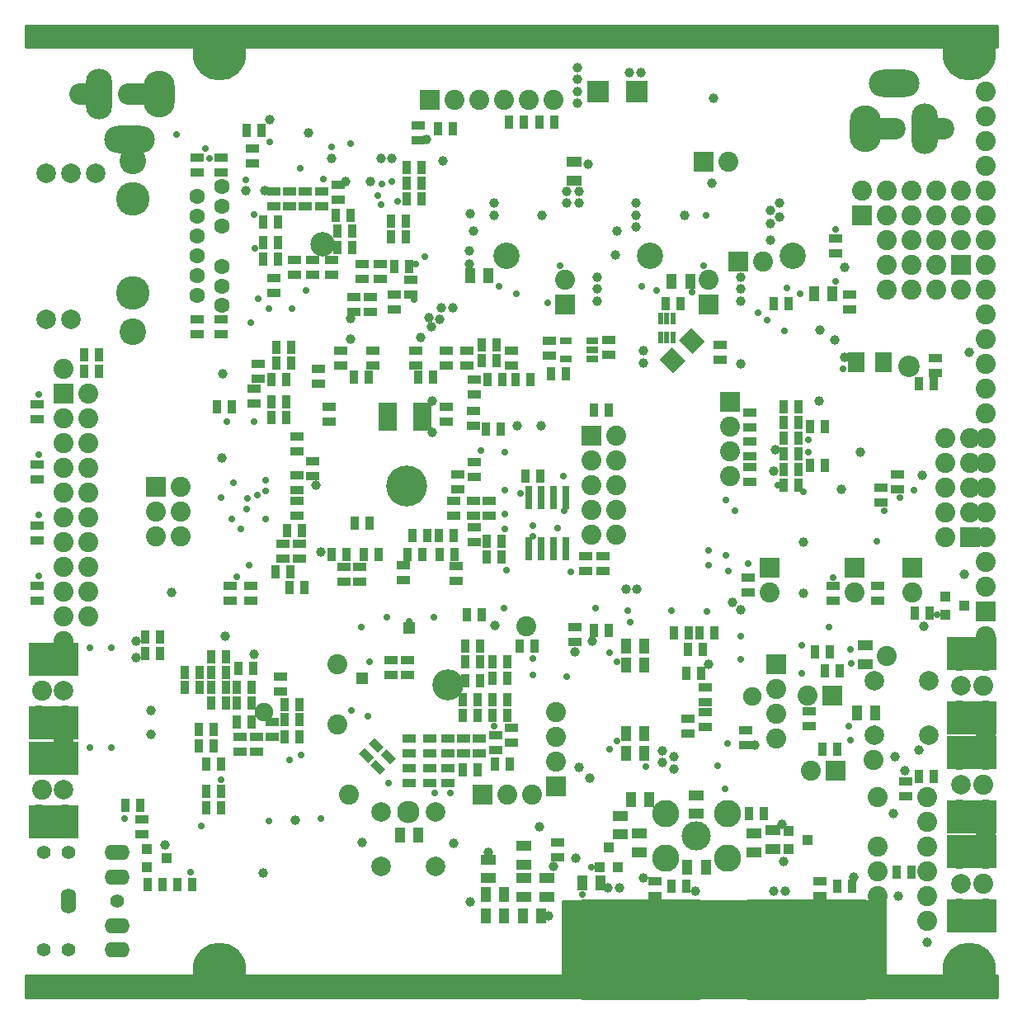
<source format=gbr>
G04 #@! TF.FileFunction,Soldermask,Bot*
%FSLAX46Y46*%
G04 Gerber Fmt 4.6, Leading zero omitted, Abs format (unit mm)*
G04 Created by KiCad (PCBNEW 4.0.6) date 11/05/17 19:46:03*
%MOMM*%
%LPD*%
G01*
G04 APERTURE LIST*
%ADD10C,0.100000*%
%ADD11R,0.835000X1.343000*%
%ADD12C,1.000000*%
%ADD13C,1.900000*%
%ADD14C,0.000000*%
%ADD15C,3.200000*%
%ADD16C,2.700000*%
%ADD17C,4.200000*%
%ADD18R,1.343000X0.835000*%
%ADD19R,2.050000X2.050000*%
%ADD20C,2.050000*%
%ADD21R,1.089000X1.597000*%
%ADD22R,1.800000X2.000000*%
%ADD23R,1.597000X1.089000*%
%ADD24R,1.200000X1.200000*%
%ADD25R,1.250000X0.800000*%
%ADD26R,1.978000X2.994000*%
%ADD27R,0.800000X2.400000*%
%ADD28C,1.600000*%
%ADD29C,2.000000*%
%ADD30C,3.450000*%
%ADD31C,2.740000*%
%ADD32C,2.200000*%
%ADD33R,1.100000X1.000000*%
%ADD34R,1.000000X1.100000*%
%ADD35C,2.500000*%
%ADD36R,2.200000X2.300000*%
%ADD37R,0.600000X1.200000*%
%ADD38C,5.500000*%
%ADD39R,12.200000X10.300000*%
%ADD40O,1.800000X2.600000*%
%ADD41C,2.300000*%
%ADD42C,2.800000*%
%ADD43C,3.000000*%
%ADD44R,5.200000X3.500000*%
%ADD45O,3.200000X4.800000*%
%ADD46O,2.700000X5.200000*%
%ADD47O,5.200000X2.800000*%
%ADD48R,2.200000X2.200000*%
%ADD49R,1.600000X2.200000*%
%ADD50C,1.400000*%
%ADD51O,2.600000X1.600000*%
%ADD52O,1.600000X2.600000*%
%ADD53C,0.000000*%
%ADD54C,0.700000*%
%ADD55C,0.000000*%
%ADD56C,0.700000*%
%ADD57C,0.254000*%
G04 APERTURE END LIST*
D10*
D11*
X79462000Y-45700000D03*
X77938000Y-45700000D03*
D12*
X20400000Y-35900000D03*
D10*
G36*
X68419238Y-31166548D02*
X69833452Y-32580762D01*
X68560660Y-33853554D01*
X67146446Y-32439340D01*
X68419238Y-31166548D01*
X68419238Y-31166548D01*
G37*
G36*
X66439340Y-33146446D02*
X67853554Y-34560660D01*
X66580762Y-35833452D01*
X65166548Y-34419238D01*
X66439340Y-33146446D01*
X66439340Y-33146446D01*
G37*
D13*
X24555000Y-70620715D03*
D14*
X26055000Y-71120715D03*
X26055000Y-69120715D03*
X26055000Y-70220715D03*
X24955000Y-69120715D03*
X24055000Y-69120715D03*
X25555000Y-69620715D03*
D15*
X43500000Y-67800000D03*
D14*
X44500000Y-72800000D03*
X44500000Y-71300000D03*
X43000000Y-72800000D03*
X43000000Y-71300000D03*
X38500000Y-72800000D03*
X40000000Y-72800000D03*
X40000000Y-66800000D03*
X38500000Y-66800000D03*
X38500000Y-68300000D03*
X40000000Y-68300000D03*
X40000000Y-71300000D03*
X38500000Y-71300000D03*
X38500000Y-69800000D03*
X40000000Y-69800000D03*
X44500000Y-69800000D03*
X43000000Y-69800000D03*
X41500000Y-66800000D03*
X41500000Y-68300000D03*
X41500000Y-72800000D03*
X41500000Y-71300000D03*
X41500000Y-69800000D03*
X71395000Y-70325000D03*
X74395000Y-70325000D03*
X71395000Y-68825000D03*
D13*
X74700000Y-68950000D03*
D14*
X72895000Y-70325000D03*
X72895000Y-68825000D03*
X52500000Y-23750000D03*
D16*
X49500000Y-23750000D03*
D14*
X51500000Y-23750000D03*
X67200000Y-23750000D03*
D16*
X64200000Y-23750000D03*
D14*
X66200000Y-23750000D03*
X81900000Y-23750000D03*
D16*
X78900000Y-23750000D03*
D14*
X80900000Y-23750000D03*
X38600000Y-43800000D03*
X37100000Y-46800000D03*
X37100000Y-45300000D03*
X35600000Y-45300000D03*
X38600000Y-45300000D03*
X35600000Y-43800000D03*
X37100000Y-43800000D03*
D17*
X39200000Y-47400000D03*
D14*
X35600000Y-46800000D03*
D18*
X74300000Y-56838000D03*
X74300000Y-58362000D03*
X83000000Y-57638000D03*
X83000000Y-59162000D03*
X87600000Y-57638000D03*
X87600000Y-59162000D03*
D19*
X76500000Y-55800000D03*
D20*
X76500000Y-58340000D03*
D19*
X85200000Y-55800000D03*
D20*
X85200000Y-58340000D03*
D19*
X91100000Y-55800000D03*
D20*
X91100000Y-58340000D03*
D11*
X77938000Y-47300000D03*
X79462000Y-47300000D03*
X77938000Y-44100000D03*
X79462000Y-44100000D03*
X77938000Y-42500000D03*
X79462000Y-42500000D03*
X80638000Y-41300000D03*
X82162000Y-41300000D03*
X77938000Y-39300000D03*
X79462000Y-39300000D03*
X79462000Y-40900000D03*
X77938000Y-40900000D03*
D18*
X74500000Y-42788000D03*
X74500000Y-44312000D03*
X74500000Y-41362000D03*
X74500000Y-39838000D03*
D19*
X72400000Y-38800000D03*
D20*
X72400000Y-41340000D03*
X72400000Y-43880000D03*
X72400000Y-46420000D03*
D18*
X87900000Y-49062000D03*
X87900000Y-47538000D03*
X89600000Y-47762000D03*
X89600000Y-46238000D03*
X74000000Y-72438000D03*
X74000000Y-73962000D03*
D21*
X63652500Y-74800000D03*
X61747500Y-74800000D03*
X63652500Y-65800000D03*
X61747500Y-65800000D03*
X63652500Y-72800000D03*
X61747500Y-72800000D03*
X63652500Y-63800000D03*
X61747500Y-63800000D03*
D11*
X68162000Y-62500000D03*
X66638000Y-62500000D03*
X70862000Y-62500000D03*
X69338000Y-62500000D03*
X69462000Y-66600000D03*
X67938000Y-66600000D03*
D22*
X85400000Y-34700000D03*
X88200000Y-34700000D03*
D19*
X86000000Y-19620000D03*
D20*
X86000000Y-17080000D03*
D19*
X73300000Y-24400000D03*
D20*
X75840000Y-24400000D03*
D21*
X81047500Y-27700000D03*
X82952500Y-27700000D03*
D19*
X55500000Y-28800000D03*
D20*
X55500000Y-26260000D03*
D19*
X70200000Y-28800000D03*
D20*
X70200000Y-26260000D03*
D21*
X87352500Y-70700000D03*
X85447500Y-70700000D03*
D19*
X83300000Y-76600000D03*
D20*
X80760000Y-76600000D03*
D19*
X82900000Y-68900000D03*
D20*
X80360000Y-68900000D03*
D23*
X86300000Y-65652500D03*
X86300000Y-63747500D03*
D18*
X54700000Y-83938000D03*
X54700000Y-85462000D03*
D19*
X47000000Y-79100000D03*
D20*
X49540000Y-79100000D03*
D23*
X53600000Y-89552500D03*
X53600000Y-87647500D03*
D21*
X47347500Y-91500000D03*
X49252500Y-91500000D03*
D23*
X51300000Y-86252500D03*
X51300000Y-84347500D03*
D21*
X51147500Y-91500000D03*
X53052500Y-91500000D03*
D23*
X47600000Y-87652500D03*
X47600000Y-85747500D03*
X51300000Y-87647500D03*
X51300000Y-89552500D03*
D21*
X49252500Y-89300000D03*
X47347500Y-89300000D03*
D19*
X54600000Y-78200000D03*
D20*
X54600000Y-75660000D03*
X54600000Y-73120000D03*
X54600000Y-70580000D03*
D11*
X75862000Y-81000000D03*
X74338000Y-81000000D03*
D23*
X63100000Y-84952500D03*
X63100000Y-83047500D03*
X74900000Y-83047500D03*
X74900000Y-84952500D03*
D21*
X59152500Y-88100000D03*
X57247500Y-88100000D03*
D23*
X76800000Y-84652500D03*
X76800000Y-82747500D03*
D18*
X64700000Y-89462000D03*
X64700000Y-87938000D03*
X81700000Y-89462000D03*
X81700000Y-87938000D03*
D19*
X77200000Y-65700000D03*
D20*
X77200000Y-68240000D03*
X77200000Y-70780000D03*
X77200000Y-73320000D03*
D18*
X68100000Y-72762000D03*
X68100000Y-71238000D03*
X69900000Y-69562000D03*
X69900000Y-68038000D03*
D11*
X68138000Y-64200000D03*
X69662000Y-64200000D03*
D18*
X69900000Y-72162000D03*
X69900000Y-70638000D03*
D11*
X45438000Y-60600000D03*
X46962000Y-60600000D03*
D24*
X34700000Y-67100000D03*
D18*
X50000000Y-73762000D03*
X50000000Y-72238000D03*
D10*
G36*
X35240790Y-75808854D02*
X34291146Y-74859210D01*
X34881580Y-74268776D01*
X35831224Y-75218420D01*
X35240790Y-75808854D01*
X35240790Y-75808854D01*
G37*
G36*
X36318420Y-74731224D02*
X35368776Y-73781580D01*
X35959210Y-73191146D01*
X36908854Y-74140790D01*
X36318420Y-74731224D01*
X36318420Y-74731224D01*
G37*
G36*
X36440790Y-77008854D02*
X35491146Y-76059210D01*
X36081580Y-75468776D01*
X37031224Y-76418420D01*
X36440790Y-77008854D01*
X36440790Y-77008854D01*
G37*
G36*
X37518420Y-75931224D02*
X36568776Y-74981580D01*
X37159210Y-74391146D01*
X38108854Y-75340790D01*
X37518420Y-75931224D01*
X37518420Y-75931224D01*
G37*
D11*
X50838000Y-63800000D03*
X52362000Y-63800000D03*
X49562000Y-70900000D03*
X48038000Y-70900000D03*
X49862000Y-75900000D03*
X48338000Y-75900000D03*
X45038000Y-76500000D03*
X46562000Y-76500000D03*
X48038000Y-65400000D03*
X49562000Y-65400000D03*
X46762000Y-63800000D03*
X45238000Y-63800000D03*
D18*
X39300000Y-65238000D03*
X39300000Y-66762000D03*
D11*
X48038000Y-69300000D03*
X49562000Y-69300000D03*
X46562000Y-70900000D03*
X45038000Y-70900000D03*
D18*
X46700000Y-74862000D03*
X46700000Y-73338000D03*
X45100000Y-74862000D03*
X45100000Y-73338000D03*
X43500000Y-76338000D03*
X43500000Y-77862000D03*
X41600000Y-76338000D03*
X41600000Y-77862000D03*
X39500000Y-76338000D03*
X39500000Y-77862000D03*
D11*
X46762000Y-65400000D03*
X45238000Y-65400000D03*
X46762000Y-67400000D03*
X45238000Y-67400000D03*
D18*
X37600000Y-65238000D03*
X37600000Y-66762000D03*
D11*
X46562000Y-69300000D03*
X45038000Y-69300000D03*
D18*
X43500000Y-74862000D03*
X43500000Y-73338000D03*
X41600000Y-74862000D03*
X41600000Y-73338000D03*
X39500000Y-74862000D03*
X39500000Y-73338000D03*
D25*
X58300000Y-32500000D03*
X58300000Y-33450000D03*
X58300000Y-34400000D03*
X55600000Y-34400000D03*
X55600000Y-32500000D03*
D18*
X60000000Y-32438000D03*
X60000000Y-33962000D03*
X53900000Y-32538000D03*
X53900000Y-34062000D03*
D11*
X55562000Y-35900000D03*
X54038000Y-35900000D03*
D18*
X38000000Y-29262000D03*
X38000000Y-27738000D03*
D11*
X21262000Y-39300000D03*
X19738000Y-39300000D03*
D21*
X47652500Y-25800000D03*
X45747500Y-25800000D03*
X66447500Y-26400000D03*
X68352500Y-26400000D03*
D23*
X56400000Y-16052500D03*
X56400000Y-14147500D03*
D18*
X23200000Y-59162000D03*
X23200000Y-57638000D03*
X21100000Y-59162000D03*
X21100000Y-57638000D03*
X23800000Y-74662000D03*
X23800000Y-73138000D03*
D11*
X20162000Y-80400000D03*
X18638000Y-80400000D03*
X20162000Y-78700000D03*
X18638000Y-78700000D03*
X20662000Y-66500000D03*
X19138000Y-66500000D03*
X20662000Y-64900000D03*
X19138000Y-64900000D03*
X20662000Y-68100000D03*
X19138000Y-68100000D03*
D18*
X22100000Y-73138000D03*
X22100000Y-74662000D03*
D11*
X28262000Y-73100000D03*
X26738000Y-73100000D03*
X19462000Y-72400000D03*
X17938000Y-72400000D03*
X19462000Y-74100000D03*
X17938000Y-74100000D03*
X21838000Y-68100000D03*
X23362000Y-68100000D03*
D18*
X25400000Y-73162000D03*
X25400000Y-71638000D03*
D11*
X21838000Y-69700000D03*
X23362000Y-69700000D03*
D18*
X26300000Y-66938000D03*
X26300000Y-68462000D03*
D11*
X20162000Y-75900000D03*
X18638000Y-75900000D03*
X17962000Y-66500000D03*
X16438000Y-66500000D03*
X28262000Y-71400000D03*
X26738000Y-71400000D03*
X17962000Y-68100000D03*
X16438000Y-68100000D03*
X28262000Y-69800000D03*
X26738000Y-69800000D03*
X21838000Y-71600000D03*
X23362000Y-71600000D03*
X20662000Y-69700000D03*
X19138000Y-69700000D03*
X23462000Y-66100000D03*
X21938000Y-66100000D03*
X14162000Y-88300000D03*
X12638000Y-88300000D03*
D18*
X12100000Y-81638000D03*
X12100000Y-83162000D03*
D11*
X12438000Y-64600000D03*
X13962000Y-64600000D03*
X12438000Y-62900000D03*
X13962000Y-62900000D03*
X15738000Y-88300000D03*
X17262000Y-88300000D03*
X11862000Y-80200000D03*
X10338000Y-80200000D03*
D18*
X1300000Y-57638000D03*
X1300000Y-59162000D03*
X1300000Y-51438000D03*
X1300000Y-52962000D03*
X1300000Y-45238000D03*
X1300000Y-46762000D03*
X1300000Y-39038000D03*
X1300000Y-40562000D03*
D11*
X51962000Y-36500000D03*
X50438000Y-36500000D03*
X26938000Y-52000000D03*
X28462000Y-52000000D03*
D18*
X47700000Y-48938000D03*
X47700000Y-50462000D03*
X23600000Y-38962000D03*
X23600000Y-37438000D03*
D11*
X48462000Y-32900000D03*
X46938000Y-32900000D03*
X28762000Y-57800000D03*
X27238000Y-57800000D03*
X42538000Y-52500000D03*
X44062000Y-52500000D03*
X27362000Y-33200000D03*
X25838000Y-33200000D03*
X35462000Y-51200000D03*
X33938000Y-51200000D03*
D18*
X31300000Y-40762000D03*
X31300000Y-39238000D03*
X43300000Y-40762000D03*
X43300000Y-39238000D03*
D11*
X39838000Y-52500000D03*
X41362000Y-52500000D03*
D26*
X40878000Y-40300000D03*
X37322000Y-40300000D03*
D18*
X50000000Y-35062000D03*
X50000000Y-33538000D03*
X26500000Y-53338000D03*
X26500000Y-54862000D03*
X46100000Y-50462000D03*
X46100000Y-48938000D03*
X24000000Y-36362000D03*
X24000000Y-34838000D03*
D27*
X51795000Y-53800000D03*
X51795000Y-48600000D03*
X53065000Y-53800000D03*
X53065000Y-48600000D03*
X54335000Y-53800000D03*
X54335000Y-48600000D03*
X55605000Y-53800000D03*
X55605000Y-48600000D03*
D18*
X44100000Y-50462000D03*
X44100000Y-48938000D03*
X44500000Y-47762000D03*
X44500000Y-46238000D03*
X29600000Y-44838000D03*
X29600000Y-46362000D03*
D11*
X58438000Y-39600000D03*
X59962000Y-39600000D03*
D18*
X59400000Y-54638000D03*
X59400000Y-56162000D03*
X57600000Y-54638000D03*
X57600000Y-56162000D03*
D11*
X52962000Y-46400000D03*
X51438000Y-46400000D03*
D19*
X58230000Y-42220000D03*
D20*
X60770000Y-42220000D03*
X58230000Y-44760000D03*
X60770000Y-44760000D03*
X58230000Y-47300000D03*
X60770000Y-47300000D03*
X58230000Y-49840000D03*
X60770000Y-49840000D03*
X58230000Y-52380000D03*
X60770000Y-52380000D03*
D18*
X46200000Y-46462000D03*
X46200000Y-44938000D03*
D11*
X48862000Y-41600000D03*
X47338000Y-41600000D03*
D18*
X40200000Y-33538000D03*
X40200000Y-35062000D03*
X43300000Y-33538000D03*
X43300000Y-35062000D03*
X32500000Y-33538000D03*
X32500000Y-35062000D03*
X35800000Y-33538000D03*
X35800000Y-35062000D03*
D11*
X25338000Y-40400000D03*
X26862000Y-40400000D03*
D18*
X28000000Y-46338000D03*
X28000000Y-47862000D03*
X34400000Y-57262000D03*
X34400000Y-55738000D03*
X32800000Y-57262000D03*
X32800000Y-55738000D03*
D11*
X49062000Y-36500000D03*
X47538000Y-36500000D03*
D18*
X28200000Y-53338000D03*
X28200000Y-54862000D03*
D11*
X48962000Y-53100000D03*
X47438000Y-53100000D03*
X25338000Y-36500000D03*
X26862000Y-36500000D03*
D18*
X44300000Y-57162000D03*
X44300000Y-55638000D03*
X38900000Y-57062000D03*
X38900000Y-55538000D03*
D11*
X46938000Y-34500000D03*
X48462000Y-34500000D03*
X27262000Y-56200000D03*
X25738000Y-56200000D03*
X48962000Y-54700000D03*
X47438000Y-54700000D03*
X25838000Y-34800000D03*
X27362000Y-34800000D03*
X42638000Y-54400000D03*
X44162000Y-54400000D03*
X40862000Y-54400000D03*
X39338000Y-54400000D03*
X36362000Y-54400000D03*
X34838000Y-54400000D03*
X31538000Y-54400000D03*
X33062000Y-54400000D03*
D18*
X28000000Y-50462000D03*
X28000000Y-48938000D03*
D11*
X25338000Y-38800000D03*
X26862000Y-38800000D03*
D18*
X28000000Y-42338000D03*
X28000000Y-43862000D03*
X30200000Y-35338000D03*
X30200000Y-36862000D03*
D11*
X41962000Y-36200000D03*
X40438000Y-36200000D03*
X33838000Y-36200000D03*
X35362000Y-36200000D03*
D18*
X45400000Y-35062000D03*
X45400000Y-33538000D03*
X46200000Y-37962000D03*
X46200000Y-36438000D03*
X46100000Y-39738000D03*
X46100000Y-41262000D03*
X46200000Y-51638000D03*
X46200000Y-53162000D03*
D11*
X39462000Y-24900000D03*
X37938000Y-24900000D03*
X37638000Y-20200000D03*
X39162000Y-20200000D03*
X39238000Y-16300000D03*
X40762000Y-16300000D03*
X40762000Y-17900000D03*
X39238000Y-17900000D03*
X39162000Y-21800000D03*
X37638000Y-21800000D03*
D18*
X36500000Y-24638000D03*
X36500000Y-26162000D03*
X35500000Y-29562000D03*
X35500000Y-28038000D03*
X34700000Y-24638000D03*
X34700000Y-26162000D03*
X33800000Y-29562000D03*
X33800000Y-28038000D03*
D11*
X40762000Y-14700000D03*
X39238000Y-14700000D03*
D18*
X39700000Y-26238000D03*
X39700000Y-27762000D03*
X23400000Y-14262000D03*
X23400000Y-12738000D03*
X20200000Y-30338000D03*
X20200000Y-31862000D03*
X17700000Y-30338000D03*
X17700000Y-31862000D03*
X17700000Y-15262000D03*
X17700000Y-13738000D03*
X20200000Y-15262000D03*
X20200000Y-13738000D03*
D11*
X42438000Y-10700000D03*
X43962000Y-10700000D03*
D18*
X40400000Y-10388000D03*
X40400000Y-11912000D03*
D11*
X24538000Y-22400000D03*
X26062000Y-22400000D03*
X24538000Y-20300000D03*
X26062000Y-20300000D03*
D18*
X28800000Y-17138000D03*
X28800000Y-18662000D03*
X30500000Y-17138000D03*
X30500000Y-18662000D03*
D11*
X33462000Y-19600000D03*
X31938000Y-19600000D03*
D18*
X25600000Y-27562000D03*
X25600000Y-26038000D03*
X32200000Y-16538000D03*
X32200000Y-18062000D03*
D11*
X33662000Y-21200000D03*
X32138000Y-21200000D03*
X33662000Y-22900000D03*
X32138000Y-22900000D03*
D18*
X31500000Y-25762000D03*
X31500000Y-24238000D03*
X29600000Y-25762000D03*
X29600000Y-24238000D03*
X27700000Y-25762000D03*
X27700000Y-24238000D03*
X27200000Y-17138000D03*
X27200000Y-18662000D03*
D11*
X24538000Y-24100000D03*
X26062000Y-24100000D03*
D18*
X25600000Y-17138000D03*
X25600000Y-18662000D03*
D28*
X17700000Y-27880000D03*
X17700000Y-25850000D03*
X17700000Y-23820000D03*
X17700000Y-21780000D03*
X17700000Y-19750000D03*
X17700000Y-17720000D03*
X20240000Y-28900000D03*
X20240000Y-26870000D03*
X20240000Y-24840000D03*
X20240000Y-20760000D03*
X20240000Y-18730000D03*
X20240000Y-16700000D03*
D29*
X4750000Y-30320000D03*
X2210000Y-30320000D03*
X7290000Y-15280000D03*
X4750000Y-15280000D03*
X2210000Y-15280000D03*
D30*
X11100000Y-27625000D03*
X11100000Y-17975000D03*
D31*
X11100000Y-31590000D03*
X11100000Y-14010000D03*
D11*
X48038000Y-67100000D03*
X49562000Y-67100000D03*
D21*
X69952500Y-86500000D03*
X68047500Y-86500000D03*
D23*
X61200000Y-81247500D03*
X61200000Y-83152500D03*
D21*
X64152500Y-79600000D03*
X62247500Y-79600000D03*
D12*
X24500000Y-87100000D03*
X15100000Y-58300000D03*
X85800000Y-43900000D03*
D14*
X90200000Y-32900000D03*
X91400000Y-32900000D03*
D32*
X90800000Y-35100000D03*
D33*
X94500000Y-60650000D03*
X96500000Y-59700000D03*
X94500000Y-58750000D03*
D34*
X60950000Y-86500000D03*
X60000000Y-84500000D03*
X59050000Y-86500000D03*
D33*
X78400000Y-84650000D03*
X80400000Y-83700000D03*
X78400000Y-82750000D03*
D20*
X88500000Y-64800000D03*
X87200000Y-75500000D03*
D11*
X82138000Y-66400000D03*
X83662000Y-66400000D03*
X81938000Y-74400000D03*
X83462000Y-74400000D03*
D14*
X27216525Y-22015000D03*
X28616525Y-20615000D03*
X27216525Y-19215000D03*
X31416525Y-19215000D03*
X28616525Y-23415000D03*
X28616525Y-22015000D03*
X30016525Y-19215000D03*
X28616525Y-19215000D03*
X31416525Y-20615000D03*
X30016525Y-20615000D03*
D35*
X30616525Y-22615000D03*
D14*
X27216525Y-23415000D03*
X27216525Y-20615000D03*
D11*
X67362000Y-28700000D03*
X65838000Y-28700000D03*
D21*
X40452500Y-83200000D03*
X38547500Y-83200000D03*
D33*
X12600000Y-86550000D03*
X14600000Y-85600000D03*
X12600000Y-84650000D03*
D36*
X58920000Y-6900000D03*
X62880000Y-6900000D03*
D11*
X76938000Y-28700000D03*
X78462000Y-28700000D03*
X91438000Y-60400000D03*
X92962000Y-60400000D03*
D24*
X39500000Y-62000000D03*
D37*
X65300000Y-30200000D03*
X65950000Y-30200000D03*
X66600000Y-30200000D03*
X66600000Y-32150000D03*
X65950000Y-32150000D03*
X65300000Y-32150000D03*
D20*
X92640000Y-79320000D03*
X92640000Y-84400000D03*
X92640000Y-86940000D03*
X92640000Y-89480000D03*
X87560000Y-89480000D03*
X87560000Y-86940000D03*
X87560000Y-84400000D03*
X87560000Y-79320000D03*
X92640000Y-81860000D03*
X92640000Y-92020000D03*
D18*
X93500000Y-34238000D03*
X93500000Y-35762000D03*
D19*
X69700000Y-14100000D03*
D20*
X72240000Y-14100000D03*
D11*
X91838000Y-36900000D03*
X93362000Y-36900000D03*
X6138000Y-35600000D03*
X7662000Y-35600000D03*
X24362000Y-10900000D03*
X22838000Y-10900000D03*
X7662000Y-33900000D03*
X6138000Y-33900000D03*
D18*
X48400000Y-72938000D03*
X48400000Y-74462000D03*
D38*
X20000000Y-3000000D03*
X20000000Y-97000000D03*
X97000000Y-97000000D03*
X97000000Y-3000000D03*
X71800000Y-93300000D03*
D20*
X4040000Y-35420000D03*
D18*
X71400000Y-32938000D03*
X71400000Y-34462000D03*
X56500000Y-63362000D03*
X56500000Y-61838000D03*
D11*
X58438000Y-62200000D03*
X59962000Y-62200000D03*
X67962000Y-88500000D03*
X66438000Y-88500000D03*
X84962000Y-88500000D03*
X83438000Y-88500000D03*
D14*
X62600000Y-98000000D03*
X61600000Y-98000000D03*
X60600000Y-98000000D03*
X59600000Y-98000000D03*
X58600000Y-98000000D03*
X58600000Y-99000000D03*
X59600000Y-99000000D03*
X60600000Y-99000000D03*
X61600000Y-99000000D03*
X62600000Y-99000000D03*
X68000000Y-99000000D03*
X67000000Y-99000000D03*
X66000000Y-99000000D03*
X65000000Y-99000000D03*
X64000000Y-99000000D03*
X64000000Y-98000000D03*
X65000000Y-98000000D03*
X66000000Y-98000000D03*
X67000000Y-98000000D03*
D39*
X63300000Y-94950000D03*
D14*
X63300000Y-98500000D03*
X64000000Y-97000000D03*
X62600000Y-97000000D03*
X63300000Y-97500000D03*
X64000000Y-96000000D03*
X62600000Y-96000000D03*
X63300000Y-96500000D03*
X63300000Y-95500000D03*
X62600000Y-95000000D03*
X64000000Y-95000000D03*
X63300000Y-94500000D03*
X68000000Y-98000000D03*
D40*
X63300000Y-92600000D03*
D14*
X79600000Y-98000000D03*
X78600000Y-98000000D03*
X77600000Y-98000000D03*
X76600000Y-98000000D03*
X75600000Y-98000000D03*
X75600000Y-99000000D03*
X76600000Y-99000000D03*
X77600000Y-99000000D03*
X78600000Y-99000000D03*
X79600000Y-99000000D03*
X85000000Y-99000000D03*
X84000000Y-99000000D03*
X83000000Y-99000000D03*
X82000000Y-99000000D03*
X81000000Y-99000000D03*
X81000000Y-98000000D03*
X82000000Y-98000000D03*
X83000000Y-98000000D03*
X84000000Y-98000000D03*
D39*
X80300000Y-94950000D03*
D14*
X80300000Y-98500000D03*
X81000000Y-97000000D03*
X79600000Y-97000000D03*
X80300000Y-97500000D03*
X81000000Y-96000000D03*
X79600000Y-96000000D03*
X80300000Y-96500000D03*
X80300000Y-95500000D03*
X79600000Y-95000000D03*
X81000000Y-95000000D03*
X80300000Y-94500000D03*
X85000000Y-98000000D03*
D40*
X80300000Y-92600000D03*
D29*
X42194000Y-80806000D03*
D41*
X39400000Y-80806000D03*
D29*
X36606000Y-80806000D03*
X36606000Y-86394000D03*
X42194000Y-86394000D03*
D42*
X72200000Y-81000000D03*
X65800000Y-81000000D03*
X65800000Y-85600000D03*
X72200000Y-85600000D03*
D43*
X69000000Y-83300000D03*
D29*
X87206000Y-67406000D03*
X87206000Y-72994000D03*
X92794000Y-72994000D03*
X92794000Y-67406000D03*
D18*
X74500000Y-45438000D03*
X74500000Y-46962000D03*
D11*
X81138000Y-64400000D03*
X82662000Y-64400000D03*
D18*
X80600000Y-70538000D03*
X80600000Y-72062000D03*
D23*
X69000000Y-81052500D03*
X69000000Y-79147500D03*
D44*
X97200000Y-84900000D03*
X97200000Y-91500000D03*
D20*
X98415000Y-88200000D03*
X98700000Y-85660000D03*
X98700000Y-90740000D03*
X96005000Y-90740000D03*
X96005000Y-85660000D03*
D29*
X96160000Y-88200000D03*
D20*
X98700000Y-83120000D03*
D44*
X97200000Y-74740000D03*
X97200000Y-81340000D03*
D20*
X98415000Y-78040000D03*
X98700000Y-75500000D03*
X98700000Y-80580000D03*
X96005000Y-80580000D03*
X96005000Y-75500000D03*
D29*
X96160000Y-78040000D03*
D20*
X98700000Y-72960000D03*
D44*
X97200000Y-64580000D03*
X97200000Y-71180000D03*
D20*
X98415000Y-67880000D03*
X98700000Y-65340000D03*
X98700000Y-70420000D03*
X96005000Y-70420000D03*
X96005000Y-65340000D03*
D29*
X96160000Y-67880000D03*
D20*
X98700000Y-62800000D03*
D45*
X13800000Y-7200000D03*
D46*
X7650000Y-7200000D03*
D47*
X10800000Y-11850000D03*
D32*
X10700000Y-7200000D03*
X5700000Y-7200000D03*
D48*
X11800000Y-7200000D03*
D49*
X6300000Y-7200000D03*
D45*
X86300000Y-10700000D03*
D46*
X92450000Y-10700000D03*
D47*
X89300000Y-6050000D03*
D32*
X89400000Y-10700000D03*
X94400000Y-10700000D03*
D48*
X88300000Y-10700000D03*
D49*
X93800000Y-10700000D03*
D19*
X41600000Y-7800000D03*
D20*
X44140000Y-7800000D03*
X46680000Y-7800000D03*
X49220000Y-7800000D03*
X51760000Y-7800000D03*
X54300000Y-7800000D03*
D11*
X54362000Y-10100000D03*
X52838000Y-10100000D03*
D19*
X13500000Y-47460000D03*
D20*
X16040000Y-47460000D03*
X13500000Y-50000000D03*
X16040000Y-50000000D03*
X13500000Y-52540000D03*
X16040000Y-52540000D03*
D50*
X2000000Y-85000000D03*
X2000000Y-95000000D03*
X4500000Y-85000000D03*
X4500000Y-95000000D03*
X9500000Y-90000000D03*
D51*
X9500000Y-87500000D03*
X9500000Y-85000000D03*
X9500000Y-92500000D03*
X9500000Y-95000000D03*
D52*
X4500000Y-90000000D03*
D20*
X4040000Y-63360000D03*
D44*
X3000000Y-71740000D03*
X3000000Y-65140000D03*
D20*
X1785000Y-68440000D03*
X1500000Y-70980000D03*
X1500000Y-65900000D03*
X4195000Y-65900000D03*
X4195000Y-70980000D03*
D29*
X4040000Y-68440000D03*
D20*
X4040000Y-73520000D03*
D44*
X3000000Y-81900000D03*
X3000000Y-75300000D03*
D20*
X1785000Y-78600000D03*
X1500000Y-81140000D03*
X1500000Y-76060000D03*
X4195000Y-76060000D03*
X4195000Y-81140000D03*
D29*
X4040000Y-78600000D03*
D19*
X4040000Y-37960000D03*
D20*
X6580000Y-37960000D03*
X4040000Y-40500000D03*
X6580000Y-40500000D03*
X4040000Y-43040000D03*
X6580000Y-43040000D03*
X4040000Y-45580000D03*
X6580000Y-45580000D03*
X4040000Y-48120000D03*
X6580000Y-48120000D03*
X4040000Y-50660000D03*
X6580000Y-50660000D03*
X4040000Y-53200000D03*
X6580000Y-53200000D03*
X4040000Y-55740000D03*
X6580000Y-55740000D03*
X4040000Y-58280000D03*
X6580000Y-58280000D03*
X4040000Y-60820000D03*
X6580000Y-60820000D03*
D19*
X98700000Y-60260000D03*
D20*
X98700000Y-57720000D03*
X98700000Y-55180000D03*
X98700000Y-52640000D03*
X98700000Y-50100000D03*
X98700000Y-47560000D03*
X98700000Y-45020000D03*
X98700000Y-42480000D03*
X98700000Y-39940000D03*
X98700000Y-37400000D03*
X98700000Y-34860000D03*
X98700000Y-32320000D03*
X98700000Y-29780000D03*
X98700000Y-27240000D03*
X98700000Y-24700000D03*
X98700000Y-22160000D03*
X98700000Y-19620000D03*
X98700000Y-17080000D03*
X98700000Y-14540000D03*
X98700000Y-12000000D03*
X98700000Y-9460000D03*
X98700000Y-6920000D03*
D19*
X97100000Y-52640000D03*
D20*
X94560000Y-52640000D03*
X97100000Y-50100000D03*
X94560000Y-50100000D03*
X97100000Y-47560000D03*
X94560000Y-47560000D03*
X97100000Y-45020000D03*
X94560000Y-45020000D03*
X97100000Y-42480000D03*
X94560000Y-42480000D03*
X88540000Y-27240000D03*
X91080000Y-27240000D03*
X93620000Y-27240000D03*
X88540000Y-24700000D03*
X91080000Y-24700000D03*
X93620000Y-24700000D03*
X88540000Y-22160000D03*
X91080000Y-22160000D03*
X93620000Y-22160000D03*
X88540000Y-19620000D03*
X91080000Y-19620000D03*
X93620000Y-19620000D03*
X96160000Y-27240000D03*
X88540000Y-17080000D03*
X91080000Y-17080000D03*
X93620000Y-17080000D03*
D19*
X96160000Y-24700000D03*
D20*
X96160000Y-22160000D03*
X96160000Y-19620000D03*
X96160000Y-17080000D03*
D11*
X51262000Y-10100000D03*
X49738000Y-10100000D03*
D18*
X84700000Y-29262000D03*
X84700000Y-27738000D03*
D20*
X51500000Y-61800000D03*
X52080000Y-79100000D03*
X32100000Y-71900000D03*
X32100000Y-65700000D03*
X33300000Y-79100000D03*
D18*
X90500000Y-77738000D03*
X90500000Y-79262000D03*
D11*
X91062000Y-87000000D03*
X89538000Y-87000000D03*
D18*
X83300000Y-23562000D03*
X83300000Y-22038000D03*
D11*
X91838000Y-77200000D03*
X93362000Y-77200000D03*
X80638000Y-45300000D03*
X82162000Y-45300000D03*
D12*
X20300000Y-44500000D03*
X83900000Y-47700000D03*
X89200000Y-81000000D03*
X20600000Y-62800000D03*
X96500000Y-56500000D03*
D53*
X31700000Y-16000000D03*
D12*
X35500000Y-16200000D03*
X33000000Y-16200000D03*
D53*
X34200000Y-21800000D03*
X33800000Y-23800000D03*
X31800000Y-26300000D03*
D54*
X28900000Y-27300000D03*
D53*
X26800000Y-26000000D03*
D12*
X41800000Y-31100000D03*
X42600000Y-30300000D03*
X41500000Y-30100000D03*
X44000000Y-29100000D03*
X42800000Y-29100000D03*
X37700000Y-13800000D03*
X36600000Y-13800000D03*
D53*
X45600000Y-35500000D03*
X27300000Y-50800000D03*
X24900000Y-39300000D03*
X46900000Y-51800000D03*
X42600000Y-55100000D03*
X41100000Y-55100000D03*
X46900000Y-39800000D03*
X46900000Y-37700000D03*
X27300000Y-42300000D03*
X42100000Y-35500000D03*
X33700000Y-35500000D03*
X29500000Y-35500000D03*
X31600000Y-55100000D03*
X36100000Y-55100000D03*
D54*
X23200000Y-30600000D03*
X15600000Y-11300000D03*
X24000000Y-28200000D03*
X24800000Y-47900000D03*
D12*
X25200000Y-9800000D03*
X92200000Y-46300000D03*
X89700000Y-89500000D03*
X92700000Y-94200000D03*
X62900000Y-58000000D03*
X61800000Y-58000000D03*
X72700000Y-59300000D03*
X73500000Y-60100000D03*
D55*
X81600000Y-66600000D03*
X81400000Y-74600000D03*
D12*
X63500000Y-34800000D03*
X58800000Y-26000000D03*
X58800000Y-27200000D03*
X58800000Y-28400000D03*
X56900000Y-18400000D03*
X56900000Y-17200000D03*
X55700000Y-17200000D03*
X55700000Y-18400000D03*
X30400000Y-54200000D03*
X29900000Y-47300000D03*
X50600000Y-41200000D03*
X53000000Y-41200000D03*
D56*
X52200000Y-51500000D03*
X52200000Y-52600000D03*
D53*
X46900000Y-46300000D03*
X49300000Y-41300000D03*
X27300000Y-46700000D03*
X32100000Y-57500000D03*
X35100000Y-57500000D03*
X39100000Y-57500000D03*
X43600000Y-57500000D03*
D12*
X63500000Y-33500000D03*
X89400000Y-75200000D03*
X57900000Y-14400000D03*
X44100000Y-84100000D03*
X34700000Y-84000000D03*
X77800000Y-82100000D03*
X92300000Y-61800000D03*
X56600000Y-85600000D03*
X52900000Y-82400000D03*
D54*
X49200000Y-59900000D03*
D12*
X80000000Y-58400000D03*
X80000000Y-53200000D03*
X2500000Y-1000000D03*
X5000000Y-1000000D03*
X7500000Y-1000000D03*
X10000000Y-1000000D03*
X12500000Y-1000000D03*
X15000000Y-1000000D03*
X17500000Y-1000000D03*
X37500000Y-1000000D03*
X40000000Y-1000000D03*
X42500000Y-1000000D03*
X45000000Y-1000000D03*
X47500000Y-1000000D03*
X50000000Y-1000000D03*
X52500000Y-1000000D03*
X55000000Y-1000000D03*
X57500000Y-1000000D03*
X60000000Y-1000000D03*
X62500000Y-1000000D03*
X65000000Y-1000000D03*
X67500000Y-1000000D03*
X70000000Y-1000000D03*
X72500000Y-1000000D03*
X75000000Y-1000000D03*
X77500000Y-1000000D03*
X80000000Y-1000000D03*
X22500000Y-1000000D03*
X25000000Y-1000000D03*
X27500000Y-1000000D03*
X30000000Y-1000000D03*
X32500000Y-1000000D03*
X35000000Y-1000000D03*
X92500000Y-1000000D03*
X90000000Y-1000000D03*
X87500000Y-1000000D03*
X85000000Y-1000000D03*
X82500000Y-1000000D03*
X13000000Y-72900000D03*
X13000000Y-70400000D03*
D54*
X30400000Y-81500000D03*
D12*
X27800000Y-81700000D03*
D54*
X17100000Y-87000000D03*
X10300000Y-81500000D03*
X8900000Y-64000000D03*
X6700000Y-64000000D03*
X8900000Y-74200000D03*
X6700000Y-74200000D03*
X25100000Y-29200000D03*
X27500000Y-29200000D03*
D12*
X14400000Y-84200000D03*
X5000000Y-99000000D03*
X17500000Y-99000000D03*
X15000000Y-99000000D03*
X12500000Y-99000000D03*
X10000000Y-99000000D03*
X7500000Y-99000000D03*
X2500000Y-99000000D03*
X56800000Y-94200000D03*
X63300000Y-5000000D03*
X62100000Y-5000000D03*
X70700000Y-7600000D03*
X45700000Y-24600000D03*
X45700000Y-23300000D03*
X60700000Y-23700000D03*
X97000000Y-33700000D03*
D54*
X87500000Y-53100000D03*
D12*
X76950000Y-45850000D03*
X77050000Y-43650000D03*
D53*
X83300000Y-63800000D03*
D56*
X82600000Y-61900000D03*
D12*
X81700000Y-31400000D03*
D54*
X19000000Y-13800000D03*
X18600000Y-12800000D03*
X58200000Y-86500000D03*
X57300000Y-89300000D03*
X35250000Y-71050000D03*
D12*
X73500000Y-34900000D03*
D56*
X78000000Y-31500000D03*
D53*
X65200000Y-28800000D03*
X61100000Y-63900000D03*
D56*
X61900000Y-60200000D03*
D54*
X58600000Y-59900000D03*
X83300000Y-26400000D03*
D56*
X25100000Y-81800000D03*
D12*
X32500000Y-99000000D03*
X35000000Y-99000000D03*
X37500000Y-99000000D03*
X40000000Y-99000000D03*
X42500000Y-99000000D03*
X45000000Y-99000000D03*
X47500000Y-99000000D03*
X50000000Y-99000000D03*
X52500000Y-99000000D03*
D56*
X69700000Y-24800000D03*
X33500000Y-12300000D03*
X31500000Y-12600000D03*
D53*
X25700000Y-25500000D03*
D12*
X85600000Y-93200000D03*
X58000000Y-93200000D03*
X86800000Y-94200000D03*
X87500000Y-99000000D03*
X90000000Y-99000000D03*
X92500000Y-99000000D03*
X74300000Y-99000000D03*
X71800000Y-99000000D03*
X69300000Y-99000000D03*
X22500000Y-99000000D03*
X25000000Y-99000000D03*
X27500000Y-99000000D03*
X30000000Y-99000000D03*
X57300000Y-99000000D03*
D56*
X28300000Y-14800000D03*
D53*
X23800000Y-12200000D03*
D56*
X25200000Y-12100000D03*
D53*
X22700000Y-12300000D03*
D12*
X41300000Y-11800000D03*
D53*
X61800000Y-75800000D03*
D54*
X60800000Y-73600000D03*
D53*
X71600000Y-62500000D03*
D54*
X60800000Y-65400000D03*
D56*
X77300000Y-47300000D03*
D53*
X77300000Y-42500000D03*
X77300000Y-40900000D03*
D55*
X77300000Y-39300000D03*
D54*
X84000000Y-35400000D03*
D12*
X70200000Y-65700000D03*
D53*
X70100000Y-66900000D03*
D56*
X70000000Y-19600000D03*
D12*
X70600000Y-16300000D03*
D55*
X83000000Y-28600000D03*
D12*
X76600000Y-19100000D03*
X77500000Y-19800000D03*
X77500000Y-18400000D03*
X76600000Y-22200000D03*
X76600000Y-20500000D03*
X43000000Y-14000000D03*
X74800000Y-93400000D03*
X68800000Y-93400000D03*
X53800000Y-91500000D03*
X47600000Y-85000000D03*
D56*
X60100000Y-64500000D03*
X60100000Y-74400000D03*
X63800000Y-76200000D03*
X71900000Y-78500000D03*
X71200000Y-76100000D03*
D54*
X84900000Y-65600000D03*
X84800000Y-73500000D03*
D53*
X49900000Y-74300000D03*
D54*
X55700000Y-67000000D03*
D56*
X52200000Y-65100000D03*
D54*
X49300000Y-43900000D03*
D56*
X68500000Y-27500000D03*
D12*
X62800000Y-18400000D03*
X45800000Y-19500000D03*
X46100000Y-21200000D03*
X48200000Y-19600000D03*
X48200000Y-18400000D03*
D54*
X55000000Y-24800000D03*
X53700000Y-28600000D03*
D56*
X42100000Y-78900000D03*
X43700000Y-78900000D03*
D55*
X44400000Y-78200000D03*
X42800000Y-78300000D03*
D53*
X24000000Y-34300000D03*
X21000000Y-31900000D03*
X18500000Y-31900000D03*
X43300000Y-41300000D03*
D12*
X41900000Y-41900000D03*
X41900000Y-38700000D03*
D53*
X31300000Y-41300000D03*
X39300000Y-52500000D03*
X36100000Y-51200000D03*
X53300000Y-34600000D03*
X54200000Y-35000000D03*
X60800000Y-34000000D03*
X57600000Y-33400000D03*
X59400000Y-33700000D03*
X50800000Y-33500000D03*
X16400000Y-68900000D03*
X16400000Y-65700000D03*
X17800000Y-74900000D03*
X18600000Y-76700000D03*
X18600000Y-77900000D03*
D56*
X18200000Y-82300000D03*
X28400000Y-75000000D03*
D53*
X49700000Y-64700000D03*
X49700000Y-66200000D03*
D55*
X50100000Y-69000000D03*
D56*
X52200000Y-66800000D03*
D53*
X27400000Y-54700000D03*
X45300000Y-49000000D03*
X27300000Y-40800000D03*
X28800000Y-43700000D03*
X27300000Y-35600000D03*
D54*
X23900000Y-48300000D03*
X24800000Y-46800000D03*
X40000000Y-28300000D03*
D53*
X35700000Y-73300000D03*
X38100000Y-75600000D03*
X45900000Y-62800000D03*
D56*
X27200000Y-75500000D03*
D53*
X18700000Y-70100000D03*
X22000000Y-65400000D03*
X45800000Y-33100000D03*
X47200000Y-55400000D03*
D54*
X55400000Y-49900000D03*
D56*
X54700000Y-51700000D03*
D53*
X27300000Y-48800000D03*
X27300000Y-47800000D03*
D54*
X46900000Y-43800000D03*
D53*
X25300000Y-56800000D03*
X33400000Y-53900000D03*
X34500000Y-53900000D03*
X46900000Y-53000000D03*
X45500000Y-53100000D03*
X46900000Y-53800000D03*
X44100000Y-53700000D03*
X38900000Y-54000000D03*
X44100000Y-55100000D03*
X39100000Y-55100000D03*
X46900000Y-44900000D03*
X46200000Y-41700000D03*
X46900000Y-41300000D03*
X45400000Y-36400000D03*
X48200000Y-35200000D03*
X46900000Y-36400000D03*
X27300000Y-39300000D03*
X39900000Y-36600000D03*
X40100000Y-35500000D03*
X35900000Y-36600000D03*
X35600000Y-35500000D03*
X32600000Y-35500000D03*
X29400000Y-36800000D03*
X25600000Y-54700000D03*
X33100000Y-55100000D03*
X35100000Y-55100000D03*
X43600000Y-35500000D03*
X27300000Y-36800000D03*
D54*
X37400000Y-77900000D03*
D12*
X60800000Y-21200000D03*
X62800000Y-20800000D03*
X62800000Y-19600000D03*
X55000000Y-99000000D03*
D53*
X26900000Y-16600000D03*
D12*
X24700000Y-17100000D03*
X22700000Y-17100000D03*
D53*
X24700000Y-25000000D03*
D54*
X30700000Y-15900000D03*
X41100000Y-23900000D03*
D12*
X40700000Y-32200000D03*
D53*
X33950000Y-19450000D03*
X26500000Y-27500000D03*
D12*
X33500000Y-30200000D03*
X33500000Y-32300000D03*
D53*
X44100000Y-33100000D03*
X40600000Y-33100000D03*
X36100000Y-33100000D03*
X33100000Y-33100000D03*
D12*
X31500000Y-13800000D03*
D53*
X28800000Y-16600000D03*
D12*
X29200000Y-11200000D03*
D54*
X23600000Y-19550000D03*
X23650000Y-23050000D03*
D53*
X33900000Y-27500000D03*
X34700000Y-26700000D03*
X35500000Y-27500000D03*
X36500000Y-26700000D03*
X37000000Y-21600000D03*
X37100000Y-19900000D03*
D54*
X36300000Y-17600000D03*
D53*
X39600000Y-18900000D03*
D54*
X36700000Y-16400000D03*
X37700000Y-16200000D03*
D56*
X40200000Y-24600000D03*
D54*
X22700000Y-16000000D03*
D53*
X49300000Y-54300000D03*
X49300000Y-52800000D03*
D54*
X49300000Y-51800000D03*
X49300000Y-50300000D03*
D53*
X44800000Y-50400000D03*
D54*
X50900000Y-48200000D03*
X49300000Y-47800000D03*
D53*
X45300000Y-47700000D03*
D54*
X55300000Y-46400000D03*
D53*
X49400000Y-36800000D03*
X46600000Y-34900000D03*
X25600000Y-35400000D03*
X24900000Y-37300000D03*
X28500000Y-44800000D03*
X27300000Y-53300000D03*
X27700000Y-55800000D03*
D54*
X36600000Y-18500000D03*
X38300000Y-18200000D03*
D12*
X11500000Y-63300000D03*
D54*
X21500000Y-47100000D03*
D12*
X11500000Y-65000000D03*
D54*
X20200000Y-48600000D03*
X34600000Y-61900000D03*
X33600000Y-70400000D03*
X37200000Y-60900000D03*
X35400000Y-65400000D03*
X20800000Y-40800000D03*
X23600000Y-40800000D03*
D53*
X24900000Y-40800000D03*
X23600000Y-66900000D03*
X20800000Y-70400000D03*
X21400000Y-71100000D03*
D55*
X28800000Y-73000000D03*
D53*
X28700000Y-69600000D03*
X25500000Y-66900000D03*
X21900000Y-70400000D03*
D55*
X18200000Y-81100000D03*
D12*
X23600000Y-64700000D03*
D53*
X39000000Y-75400000D03*
X41000000Y-75400000D03*
X43000000Y-75400000D03*
X47100000Y-68900000D03*
X36800000Y-65400000D03*
X47100000Y-65900000D03*
X47300000Y-68100000D03*
X34900000Y-67800000D03*
X34600000Y-74500000D03*
X36800000Y-76700000D03*
X49100000Y-72000000D03*
D12*
X48300000Y-61700000D03*
X45800000Y-90100000D03*
D55*
X69400000Y-65000000D03*
X68900000Y-73200000D03*
D56*
X72200000Y-73800000D03*
X73500000Y-65200000D03*
D12*
X77900000Y-85900000D03*
X58000000Y-77400000D03*
X58300000Y-63300000D03*
X61100000Y-88600000D03*
X59900000Y-88600000D03*
X68900000Y-89000000D03*
X56500000Y-64400000D03*
X56900000Y-76300000D03*
X63500000Y-87600000D03*
X76900000Y-89000000D03*
X78100000Y-89000000D03*
X85100000Y-87500000D03*
D55*
X80500000Y-64600000D03*
X80400000Y-72600000D03*
D12*
X54300000Y-86400000D03*
D54*
X79800000Y-66600000D03*
D56*
X79800000Y-63700000D03*
D12*
X73500000Y-28400000D03*
X73500000Y-26000000D03*
X73500000Y-27200000D03*
X75000000Y-74000000D03*
X84200000Y-34200000D03*
D54*
X70200000Y-54000000D03*
X73500000Y-62800000D03*
X89900000Y-48600000D03*
X72000000Y-54500000D03*
X72000000Y-48800000D03*
X88300000Y-49900000D03*
X72300000Y-56100000D03*
X72900000Y-49900000D03*
X74300000Y-55400000D03*
X83000000Y-56800000D03*
D12*
X65500000Y-75800000D03*
X66700000Y-75200000D03*
X66700000Y-76400000D03*
X65500000Y-74600000D03*
D54*
X1500000Y-38000000D03*
X1500000Y-44200000D03*
X1500000Y-50400000D03*
X1500000Y-56600000D03*
D53*
X64800000Y-32000000D03*
D12*
X81600000Y-38700000D03*
D54*
X79600000Y-27700000D03*
X39500000Y-61300000D03*
X75300000Y-29600000D03*
X76200000Y-30400000D03*
D55*
X93500000Y-36500000D03*
D12*
X83200000Y-32400000D03*
D54*
X66400000Y-60200000D03*
X62200000Y-61400000D03*
X42000000Y-60900000D03*
X48200000Y-72000000D03*
D12*
X53100000Y-19600000D03*
D54*
X48700000Y-26900000D03*
D12*
X84200000Y-25000000D03*
X67800000Y-19600000D03*
D54*
X63400000Y-26900000D03*
X78300000Y-27100000D03*
D53*
X74500000Y-47700000D03*
D54*
X80500000Y-42700000D03*
D12*
X91800000Y-74500000D03*
D54*
X91300000Y-47800000D03*
D12*
X56800000Y-6900000D03*
X56800000Y-8100000D03*
X56800000Y-5700000D03*
X56800000Y-4500000D03*
D54*
X50500000Y-27700000D03*
X64900000Y-27300000D03*
X22900000Y-48700000D03*
X22800000Y-49800000D03*
X21300000Y-50800000D03*
X24800000Y-50800000D03*
D55*
X20200000Y-76700000D03*
D56*
X20200000Y-77500000D03*
D54*
X23100000Y-55500000D03*
X21800000Y-56700000D03*
X22200000Y-51800000D03*
D12*
X90400000Y-76600000D03*
D54*
X84800000Y-64200000D03*
X84600000Y-72000000D03*
X93700000Y-60600000D03*
X70200000Y-55500000D03*
X49500000Y-56000000D03*
X56100000Y-56200000D03*
X70100000Y-60300000D03*
X83300000Y-21100000D03*
D55*
X87400000Y-57100000D03*
X80000000Y-39000000D03*
D56*
X80000000Y-48000000D03*
D54*
X80500000Y-43900000D03*
D57*
G36*
X99823000Y-2373000D02*
X127000Y-2373000D01*
X127000Y-127000D01*
X99823000Y-127000D01*
X99823000Y-2373000D01*
X99823000Y-2373000D01*
G37*
X99823000Y-2373000D02*
X127000Y-2373000D01*
X127000Y-127000D01*
X99823000Y-127000D01*
X99823000Y-2373000D01*
G36*
X88373000Y-97500000D02*
X88383006Y-97549410D01*
X88411447Y-97591035D01*
X88453841Y-97618315D01*
X88500000Y-97627000D01*
X99823000Y-97627000D01*
X99823000Y-99873000D01*
X127000Y-99873000D01*
X127000Y-97627000D01*
X55100000Y-97627000D01*
X55149410Y-97616994D01*
X55191035Y-97588553D01*
X55218315Y-97546159D01*
X55227000Y-97500000D01*
X55227000Y-90027000D01*
X88373000Y-90027000D01*
X88373000Y-97500000D01*
X88373000Y-97500000D01*
G37*
X88373000Y-97500000D02*
X88383006Y-97549410D01*
X88411447Y-97591035D01*
X88453841Y-97618315D01*
X88500000Y-97627000D01*
X99823000Y-97627000D01*
X99823000Y-99873000D01*
X127000Y-99873000D01*
X127000Y-97627000D01*
X55100000Y-97627000D01*
X55149410Y-97616994D01*
X55191035Y-97588553D01*
X55218315Y-97546159D01*
X55227000Y-97500000D01*
X55227000Y-90027000D01*
X88373000Y-90027000D01*
X88373000Y-97500000D01*
M02*

</source>
